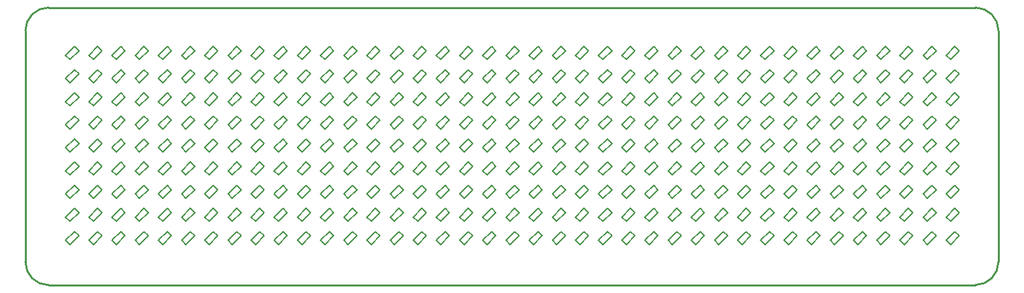
<source format=gbo>
G04*
G04 #@! TF.GenerationSoftware,Altium Limited,Altium Designer,18.1.9 (240)*
G04*
G04 Layer_Color=32896*
%FSLAX44Y44*%
%MOMM*%
G71*
G01*
G75*
%ADD10C,0.1270*%
%ADD11C,0.2540*%
D10*
X1567903Y772496D02*
X1579216Y783810D01*
X1562246Y778153D02*
X1573560Y789467D01*
X1562246Y778153D02*
X1567903Y772496D01*
X1573560Y789467D02*
X1579216Y783810D01*
X1537903Y772496D02*
X1549217Y783810D01*
X1532246Y778153D02*
X1543560Y789467D01*
X1532246Y778153D02*
X1537903Y772496D01*
X1543560Y789467D02*
X1549217Y783810D01*
X1507903Y772496D02*
X1519216Y783810D01*
X1502246Y778153D02*
X1513560Y789467D01*
X1502246Y778153D02*
X1507903Y772496D01*
X1513560Y789467D02*
X1519216Y783810D01*
X1477903Y772496D02*
X1489217Y783810D01*
X1472246Y778153D02*
X1483560Y789467D01*
X1472246Y778153D02*
X1477903Y772496D01*
X1483560Y789467D02*
X1489217Y783810D01*
X1447903Y772496D02*
X1459217Y783810D01*
X1442246Y778153D02*
X1453560Y789467D01*
X1442246Y778153D02*
X1447903Y772496D01*
X1453560Y789467D02*
X1459217Y783810D01*
X1417903Y772496D02*
X1429216Y783810D01*
X1412246Y778153D02*
X1423560Y789467D01*
X1412246Y778153D02*
X1417903Y772496D01*
X1423560Y789467D02*
X1429216Y783810D01*
X1387903Y772496D02*
X1399217Y783810D01*
X1382246Y778153D02*
X1393560Y789467D01*
X1382246Y778153D02*
X1387903Y772496D01*
X1393560Y789467D02*
X1399217Y783810D01*
X1357903Y772496D02*
X1369216Y783810D01*
X1352246Y778153D02*
X1363560Y789467D01*
X1352246Y778153D02*
X1357903Y772496D01*
X1363560Y789467D02*
X1369216Y783810D01*
X1327903Y772496D02*
X1339217Y783810D01*
X1322246Y778153D02*
X1333560Y789467D01*
X1322246Y778153D02*
X1327903Y772496D01*
X1333560Y789467D02*
X1339217Y783810D01*
X1297903Y772496D02*
X1309217Y783810D01*
X1292246Y778153D02*
X1303560Y789467D01*
X1292246Y778153D02*
X1297903Y772496D01*
X1303560Y789467D02*
X1309217Y783810D01*
X1267903Y772496D02*
X1279217Y783810D01*
X1262246Y778153D02*
X1273560Y789467D01*
X1262246Y778153D02*
X1267903Y772496D01*
X1273560Y789467D02*
X1279217Y783810D01*
X1237903Y772496D02*
X1249217Y783810D01*
X1232246Y778153D02*
X1243560Y789467D01*
X1232246Y778153D02*
X1237903Y772496D01*
X1243560Y789467D02*
X1249217Y783810D01*
X1207903Y772496D02*
X1219217Y783810D01*
X1202246Y778153D02*
X1213560Y789467D01*
X1202246Y778153D02*
X1207903Y772496D01*
X1213560Y789467D02*
X1219217Y783810D01*
X1177903Y772496D02*
X1189217Y783810D01*
X1172246Y778153D02*
X1183560Y789467D01*
X1172246Y778153D02*
X1177903Y772496D01*
X1183560Y789467D02*
X1189217Y783810D01*
X1147903Y772496D02*
X1159217Y783810D01*
X1142246Y778153D02*
X1153560Y789467D01*
X1142246Y778153D02*
X1147903Y772496D01*
X1153560Y789467D02*
X1159217Y783810D01*
X1117903Y772496D02*
X1129217Y783810D01*
X1112246Y778153D02*
X1123560Y789467D01*
X1112246Y778153D02*
X1117903Y772496D01*
X1123560Y789467D02*
X1129217Y783810D01*
X1087903Y772496D02*
X1099217Y783810D01*
X1082246Y778153D02*
X1093560Y789467D01*
X1082246Y778153D02*
X1087903Y772496D01*
X1093560Y789467D02*
X1099217Y783810D01*
X1057903Y772496D02*
X1069217Y783810D01*
X1052246Y778153D02*
X1063560Y789467D01*
X1052246Y778153D02*
X1057903Y772496D01*
X1063560Y789467D02*
X1069217Y783810D01*
X1027903Y772496D02*
X1039217Y783810D01*
X1022246Y778153D02*
X1033560Y789467D01*
X1022246Y778153D02*
X1027903Y772496D01*
X1033560Y789467D02*
X1039217Y783810D01*
X997903Y772496D02*
X1009217Y783810D01*
X992246Y778153D02*
X1003560Y789467D01*
X992246Y778153D02*
X997903Y772496D01*
X1003560Y789467D02*
X1009217Y783810D01*
X967903Y772496D02*
X979217Y783810D01*
X962246Y778153D02*
X973560Y789467D01*
X962246Y778153D02*
X967903Y772496D01*
X973560Y789467D02*
X979217Y783810D01*
X937903Y772496D02*
X949217Y783810D01*
X932246Y778153D02*
X943560Y789467D01*
X932246Y778153D02*
X937903Y772496D01*
X943560Y789467D02*
X949217Y783810D01*
X907903Y772496D02*
X919217Y783810D01*
X902246Y778153D02*
X913560Y789467D01*
X902246Y778153D02*
X907903Y772496D01*
X913560Y789467D02*
X919217Y783810D01*
X877903Y772496D02*
X889217Y783810D01*
X872246Y778153D02*
X883560Y789467D01*
X872246Y778153D02*
X877903Y772496D01*
X883560Y789467D02*
X889217Y783810D01*
X847903Y772496D02*
X859217Y783810D01*
X842246Y778153D02*
X853560Y789467D01*
X842246Y778153D02*
X847903Y772496D01*
X853560Y789467D02*
X859217Y783810D01*
X817903Y772496D02*
X829217Y783810D01*
X812246Y778153D02*
X823560Y789467D01*
X812246Y778153D02*
X817903Y772496D01*
X823560Y789467D02*
X829217Y783810D01*
X787903Y772496D02*
X799217Y783810D01*
X782246Y778153D02*
X793560Y789467D01*
X782246Y778153D02*
X787903Y772496D01*
X793560Y789467D02*
X799217Y783810D01*
X757903Y772496D02*
X769217Y783810D01*
X752246Y778153D02*
X763560Y789467D01*
X752246Y778153D02*
X757903Y772496D01*
X763560Y789467D02*
X769217Y783810D01*
X727903Y772496D02*
X739217Y783810D01*
X722246Y778153D02*
X733560Y789467D01*
X722246Y778153D02*
X727903Y772496D01*
X733560Y789467D02*
X739217Y783810D01*
X697903Y772496D02*
X709217Y783810D01*
X692246Y778153D02*
X703560Y789467D01*
X692246Y778153D02*
X697903Y772496D01*
X703560Y789467D02*
X709217Y783810D01*
X667903Y772496D02*
X679217Y783810D01*
X662246Y778153D02*
X673560Y789467D01*
X662246Y778153D02*
X667903Y772496D01*
X673560Y789467D02*
X679217Y783810D01*
X637903Y772496D02*
X649217Y783810D01*
X632246Y778153D02*
X643560Y789467D01*
X632246Y778153D02*
X637903Y772496D01*
X643560Y789467D02*
X649217Y783810D01*
X607903Y772496D02*
X619217Y783810D01*
X602246Y778153D02*
X613560Y789467D01*
X602246Y778153D02*
X607903Y772496D01*
X613560Y789467D02*
X619217Y783810D01*
X577903Y772496D02*
X589217Y783810D01*
X572246Y778153D02*
X583560Y789467D01*
X572246Y778153D02*
X577903Y772496D01*
X583560Y789467D02*
X589217Y783810D01*
X547903Y772496D02*
X559217Y783810D01*
X542246Y778153D02*
X553560Y789467D01*
X542246Y778153D02*
X547903Y772496D01*
X553560Y789467D02*
X559217Y783810D01*
X517903Y772496D02*
X529217Y783810D01*
X512246Y778153D02*
X523560Y789467D01*
X512246Y778153D02*
X517903Y772496D01*
X523560Y789467D02*
X529217Y783810D01*
X487903Y772496D02*
X499217Y783810D01*
X482246Y778153D02*
X493560Y789467D01*
X482246Y778153D02*
X487903Y772496D01*
X493560Y789467D02*
X499217Y783810D01*
X457903Y772496D02*
X469217Y783810D01*
X452246Y778153D02*
X463560Y789467D01*
X452246Y778153D02*
X457903Y772496D01*
X463560Y789467D02*
X469217Y783810D01*
X427903Y772496D02*
X439217Y783810D01*
X422246Y778153D02*
X433560Y789467D01*
X422246Y778153D02*
X427903Y772496D01*
X433560Y789467D02*
X439217Y783810D01*
X1567903Y802496D02*
X1579216Y813810D01*
X1562246Y808153D02*
X1573560Y819467D01*
X1562246Y808153D02*
X1567903Y802496D01*
X1573560Y819467D02*
X1579216Y813810D01*
X1537903Y802496D02*
X1549217Y813810D01*
X1532246Y808153D02*
X1543560Y819467D01*
X1532246Y808153D02*
X1537903Y802496D01*
X1543560Y819467D02*
X1549217Y813810D01*
X1507903Y802496D02*
X1519216Y813810D01*
X1502246Y808153D02*
X1513560Y819467D01*
X1502246Y808153D02*
X1507903Y802496D01*
X1513560Y819467D02*
X1519216Y813810D01*
X1477903Y802496D02*
X1489217Y813810D01*
X1472246Y808153D02*
X1483560Y819467D01*
X1472246Y808153D02*
X1477903Y802496D01*
X1483560Y819467D02*
X1489217Y813810D01*
X1447903Y802496D02*
X1459217Y813810D01*
X1442246Y808153D02*
X1453560Y819467D01*
X1442246Y808153D02*
X1447903Y802496D01*
X1453560Y819467D02*
X1459217Y813810D01*
X1417903Y802496D02*
X1429216Y813810D01*
X1412246Y808153D02*
X1423560Y819467D01*
X1412246Y808153D02*
X1417903Y802496D01*
X1423560Y819467D02*
X1429216Y813810D01*
X1387903Y802496D02*
X1399217Y813810D01*
X1382246Y808153D02*
X1393560Y819467D01*
X1382246Y808153D02*
X1387903Y802496D01*
X1393560Y819467D02*
X1399217Y813810D01*
X1357903Y802496D02*
X1369216Y813810D01*
X1352246Y808153D02*
X1363560Y819467D01*
X1352246Y808153D02*
X1357903Y802496D01*
X1363560Y819467D02*
X1369216Y813810D01*
X1327903Y802496D02*
X1339217Y813810D01*
X1322246Y808153D02*
X1333560Y819467D01*
X1322246Y808153D02*
X1327903Y802496D01*
X1333560Y819467D02*
X1339217Y813810D01*
X1297903Y802496D02*
X1309217Y813810D01*
X1292246Y808153D02*
X1303560Y819467D01*
X1292246Y808153D02*
X1297903Y802496D01*
X1303560Y819467D02*
X1309217Y813810D01*
X1267903Y802496D02*
X1279217Y813810D01*
X1262246Y808153D02*
X1273560Y819467D01*
X1262246Y808153D02*
X1267903Y802496D01*
X1273560Y819467D02*
X1279217Y813810D01*
X1237903Y802496D02*
X1249217Y813810D01*
X1232246Y808153D02*
X1243560Y819467D01*
X1232246Y808153D02*
X1237903Y802496D01*
X1243560Y819467D02*
X1249217Y813810D01*
X1207903Y802496D02*
X1219217Y813810D01*
X1202246Y808153D02*
X1213560Y819467D01*
X1202246Y808153D02*
X1207903Y802496D01*
X1213560Y819467D02*
X1219217Y813810D01*
X1177903Y802496D02*
X1189217Y813810D01*
X1172246Y808153D02*
X1183560Y819467D01*
X1172246Y808153D02*
X1177903Y802496D01*
X1183560Y819467D02*
X1189217Y813810D01*
X1147903Y802496D02*
X1159217Y813810D01*
X1142246Y808153D02*
X1153560Y819467D01*
X1142246Y808153D02*
X1147903Y802496D01*
X1153560Y819467D02*
X1159217Y813810D01*
X1117903Y802496D02*
X1129217Y813810D01*
X1112246Y808153D02*
X1123560Y819467D01*
X1112246Y808153D02*
X1117903Y802496D01*
X1123560Y819467D02*
X1129217Y813810D01*
X1087903Y802496D02*
X1099217Y813810D01*
X1082246Y808153D02*
X1093560Y819467D01*
X1082246Y808153D02*
X1087903Y802496D01*
X1093560Y819467D02*
X1099217Y813810D01*
X1057903Y802496D02*
X1069217Y813810D01*
X1052246Y808153D02*
X1063560Y819467D01*
X1052246Y808153D02*
X1057903Y802496D01*
X1063560Y819467D02*
X1069217Y813810D01*
X1027903Y802496D02*
X1039217Y813810D01*
X1022246Y808153D02*
X1033560Y819467D01*
X1022246Y808153D02*
X1027903Y802496D01*
X1033560Y819467D02*
X1039217Y813810D01*
X997903Y802496D02*
X1009217Y813810D01*
X992246Y808153D02*
X1003560Y819467D01*
X992246Y808153D02*
X997903Y802496D01*
X1003560Y819467D02*
X1009217Y813810D01*
X967903Y802496D02*
X979217Y813810D01*
X962246Y808153D02*
X973560Y819467D01*
X962246Y808153D02*
X967903Y802496D01*
X973560Y819467D02*
X979217Y813810D01*
X937903Y802496D02*
X949217Y813810D01*
X932246Y808153D02*
X943560Y819467D01*
X932246Y808153D02*
X937903Y802496D01*
X943560Y819467D02*
X949217Y813810D01*
X907903Y802496D02*
X919217Y813810D01*
X902246Y808153D02*
X913560Y819467D01*
X902246Y808153D02*
X907903Y802496D01*
X913560Y819467D02*
X919217Y813810D01*
X877903Y802496D02*
X889217Y813810D01*
X872246Y808153D02*
X883560Y819467D01*
X872246Y808153D02*
X877903Y802496D01*
X883560Y819467D02*
X889217Y813810D01*
X847903Y802496D02*
X859217Y813810D01*
X842246Y808153D02*
X853560Y819467D01*
X842246Y808153D02*
X847903Y802496D01*
X853560Y819467D02*
X859217Y813810D01*
X817903Y802496D02*
X829217Y813810D01*
X812246Y808153D02*
X823560Y819467D01*
X812246Y808153D02*
X817903Y802496D01*
X823560Y819467D02*
X829217Y813810D01*
X787903Y802496D02*
X799217Y813810D01*
X782246Y808153D02*
X793560Y819467D01*
X782246Y808153D02*
X787903Y802496D01*
X793560Y819467D02*
X799217Y813810D01*
X757903Y802496D02*
X769217Y813810D01*
X752246Y808153D02*
X763560Y819467D01*
X752246Y808153D02*
X757903Y802496D01*
X763560Y819467D02*
X769217Y813810D01*
X727903Y802496D02*
X739217Y813810D01*
X722246Y808153D02*
X733560Y819467D01*
X722246Y808153D02*
X727903Y802496D01*
X733560Y819467D02*
X739217Y813810D01*
X697903Y802496D02*
X709217Y813810D01*
X692246Y808153D02*
X703560Y819467D01*
X692246Y808153D02*
X697903Y802496D01*
X703560Y819467D02*
X709217Y813810D01*
X667903Y802496D02*
X679217Y813810D01*
X662246Y808153D02*
X673560Y819467D01*
X662246Y808153D02*
X667903Y802496D01*
X673560Y819467D02*
X679217Y813810D01*
X637903Y802496D02*
X649217Y813810D01*
X632246Y808153D02*
X643560Y819467D01*
X632246Y808153D02*
X637903Y802496D01*
X643560Y819467D02*
X649217Y813810D01*
X607903Y802496D02*
X619217Y813810D01*
X602246Y808153D02*
X613560Y819467D01*
X602246Y808153D02*
X607903Y802496D01*
X613560Y819467D02*
X619217Y813810D01*
X577903Y802496D02*
X589217Y813810D01*
X572246Y808153D02*
X583560Y819467D01*
X572246Y808153D02*
X577903Y802496D01*
X583560Y819467D02*
X589217Y813810D01*
X547903Y802496D02*
X559217Y813810D01*
X542246Y808153D02*
X553560Y819467D01*
X542246Y808153D02*
X547903Y802496D01*
X553560Y819467D02*
X559217Y813810D01*
X517903Y802496D02*
X529217Y813810D01*
X512246Y808153D02*
X523560Y819467D01*
X512246Y808153D02*
X517903Y802496D01*
X523560Y819467D02*
X529217Y813810D01*
X487903Y802496D02*
X499217Y813810D01*
X482246Y808153D02*
X493560Y819467D01*
X482246Y808153D02*
X487903Y802496D01*
X493560Y819467D02*
X499217Y813810D01*
X457903Y802496D02*
X469217Y813810D01*
X452246Y808153D02*
X463560Y819467D01*
X452246Y808153D02*
X457903Y802496D01*
X463560Y819467D02*
X469217Y813810D01*
X427903Y802496D02*
X439217Y813810D01*
X422246Y808153D02*
X433560Y819467D01*
X422246Y808153D02*
X427903Y802496D01*
X433560Y819467D02*
X439217Y813810D01*
X1567903Y832496D02*
X1579216Y843810D01*
X1562246Y838153D02*
X1573560Y849467D01*
X1562246Y838153D02*
X1567903Y832496D01*
X1573560Y849467D02*
X1579216Y843810D01*
X1537903Y832496D02*
X1549217Y843810D01*
X1532246Y838153D02*
X1543560Y849467D01*
X1532246Y838153D02*
X1537903Y832496D01*
X1543560Y849467D02*
X1549217Y843810D01*
X1507903Y832496D02*
X1519216Y843810D01*
X1502246Y838153D02*
X1513560Y849467D01*
X1502246Y838153D02*
X1507903Y832496D01*
X1513560Y849467D02*
X1519216Y843810D01*
X1477903Y832496D02*
X1489217Y843810D01*
X1472246Y838153D02*
X1483560Y849467D01*
X1472246Y838153D02*
X1477903Y832496D01*
X1483560Y849467D02*
X1489217Y843810D01*
X1447903Y832496D02*
X1459217Y843810D01*
X1442246Y838153D02*
X1453560Y849467D01*
X1442246Y838153D02*
X1447903Y832496D01*
X1453560Y849467D02*
X1459217Y843810D01*
X1417903Y832496D02*
X1429216Y843810D01*
X1412246Y838153D02*
X1423560Y849467D01*
X1412246Y838153D02*
X1417903Y832496D01*
X1423560Y849467D02*
X1429216Y843810D01*
X1387903Y832496D02*
X1399217Y843810D01*
X1382246Y838153D02*
X1393560Y849467D01*
X1382246Y838153D02*
X1387903Y832496D01*
X1393560Y849467D02*
X1399217Y843810D01*
X1357903Y832496D02*
X1369216Y843810D01*
X1352246Y838153D02*
X1363560Y849467D01*
X1352246Y838153D02*
X1357903Y832496D01*
X1363560Y849467D02*
X1369216Y843810D01*
X1327903Y832496D02*
X1339217Y843810D01*
X1322246Y838153D02*
X1333560Y849467D01*
X1322246Y838153D02*
X1327903Y832496D01*
X1333560Y849467D02*
X1339217Y843810D01*
X1297903Y832496D02*
X1309217Y843810D01*
X1292246Y838153D02*
X1303560Y849467D01*
X1292246Y838153D02*
X1297903Y832496D01*
X1303560Y849467D02*
X1309217Y843810D01*
X1267903Y832496D02*
X1279217Y843810D01*
X1262246Y838153D02*
X1273560Y849467D01*
X1262246Y838153D02*
X1267903Y832496D01*
X1273560Y849467D02*
X1279217Y843810D01*
X1237903Y832496D02*
X1249217Y843810D01*
X1232246Y838153D02*
X1243560Y849467D01*
X1232246Y838153D02*
X1237903Y832496D01*
X1243560Y849467D02*
X1249217Y843810D01*
X1207903Y832496D02*
X1219217Y843810D01*
X1202246Y838153D02*
X1213560Y849467D01*
X1202246Y838153D02*
X1207903Y832496D01*
X1213560Y849467D02*
X1219217Y843810D01*
X1177903Y832496D02*
X1189217Y843810D01*
X1172246Y838153D02*
X1183560Y849467D01*
X1172246Y838153D02*
X1177903Y832496D01*
X1183560Y849467D02*
X1189217Y843810D01*
X1147903Y832496D02*
X1159217Y843810D01*
X1142246Y838153D02*
X1153560Y849467D01*
X1142246Y838153D02*
X1147903Y832496D01*
X1153560Y849467D02*
X1159217Y843810D01*
X1117903Y832496D02*
X1129217Y843810D01*
X1112246Y838153D02*
X1123560Y849467D01*
X1112246Y838153D02*
X1117903Y832496D01*
X1123560Y849467D02*
X1129217Y843810D01*
X1087903Y832496D02*
X1099217Y843810D01*
X1082246Y838153D02*
X1093560Y849467D01*
X1082246Y838153D02*
X1087903Y832496D01*
X1093560Y849467D02*
X1099217Y843810D01*
X1057903Y832496D02*
X1069217Y843810D01*
X1052246Y838153D02*
X1063560Y849467D01*
X1052246Y838153D02*
X1057903Y832496D01*
X1063560Y849467D02*
X1069217Y843810D01*
X1027903Y832496D02*
X1039217Y843810D01*
X1022246Y838153D02*
X1033560Y849467D01*
X1022246Y838153D02*
X1027903Y832496D01*
X1033560Y849467D02*
X1039217Y843810D01*
X997903Y832496D02*
X1009217Y843810D01*
X992246Y838153D02*
X1003560Y849467D01*
X992246Y838153D02*
X997903Y832496D01*
X1003560Y849467D02*
X1009217Y843810D01*
X967903Y832496D02*
X979217Y843810D01*
X962246Y838153D02*
X973560Y849467D01*
X962246Y838153D02*
X967903Y832496D01*
X973560Y849467D02*
X979217Y843810D01*
X937903Y832496D02*
X949217Y843810D01*
X932246Y838153D02*
X943560Y849467D01*
X932246Y838153D02*
X937903Y832496D01*
X943560Y849467D02*
X949217Y843810D01*
X907903Y832496D02*
X919217Y843810D01*
X902246Y838153D02*
X913560Y849467D01*
X902246Y838153D02*
X907903Y832496D01*
X913560Y849467D02*
X919217Y843810D01*
X877903Y832496D02*
X889217Y843810D01*
X872246Y838153D02*
X883560Y849467D01*
X872246Y838153D02*
X877903Y832496D01*
X883560Y849467D02*
X889217Y843810D01*
X847903Y832496D02*
X859217Y843810D01*
X842246Y838153D02*
X853560Y849467D01*
X842246Y838153D02*
X847903Y832496D01*
X853560Y849467D02*
X859217Y843810D01*
X817903Y832496D02*
X829217Y843810D01*
X812246Y838153D02*
X823560Y849467D01*
X812246Y838153D02*
X817903Y832496D01*
X823560Y849467D02*
X829217Y843810D01*
X787903Y832496D02*
X799217Y843810D01*
X782246Y838153D02*
X793560Y849467D01*
X782246Y838153D02*
X787903Y832496D01*
X793560Y849467D02*
X799217Y843810D01*
X757903Y832496D02*
X769217Y843810D01*
X752246Y838153D02*
X763560Y849467D01*
X752246Y838153D02*
X757903Y832496D01*
X763560Y849467D02*
X769217Y843810D01*
X727903Y832496D02*
X739217Y843810D01*
X722246Y838153D02*
X733560Y849467D01*
X722246Y838153D02*
X727903Y832496D01*
X733560Y849467D02*
X739217Y843810D01*
X697903Y832496D02*
X709217Y843810D01*
X692246Y838153D02*
X703560Y849467D01*
X692246Y838153D02*
X697903Y832496D01*
X703560Y849467D02*
X709217Y843810D01*
X667903Y832496D02*
X679217Y843810D01*
X662246Y838153D02*
X673560Y849467D01*
X662246Y838153D02*
X667903Y832496D01*
X673560Y849467D02*
X679217Y843810D01*
X637903Y832496D02*
X649217Y843810D01*
X632246Y838153D02*
X643560Y849467D01*
X632246Y838153D02*
X637903Y832496D01*
X643560Y849467D02*
X649217Y843810D01*
X607903Y832496D02*
X619217Y843810D01*
X602246Y838153D02*
X613560Y849467D01*
X602246Y838153D02*
X607903Y832496D01*
X613560Y849467D02*
X619217Y843810D01*
X577903Y832496D02*
X589217Y843810D01*
X572246Y838153D02*
X583560Y849467D01*
X572246Y838153D02*
X577903Y832496D01*
X583560Y849467D02*
X589217Y843810D01*
X547903Y832496D02*
X559217Y843810D01*
X542246Y838153D02*
X553560Y849467D01*
X542246Y838153D02*
X547903Y832496D01*
X553560Y849467D02*
X559217Y843810D01*
X517903Y832496D02*
X529217Y843810D01*
X512246Y838153D02*
X523560Y849467D01*
X512246Y838153D02*
X517903Y832496D01*
X523560Y849467D02*
X529217Y843810D01*
X487903Y832496D02*
X499217Y843810D01*
X482246Y838153D02*
X493560Y849467D01*
X482246Y838153D02*
X487903Y832496D01*
X493560Y849467D02*
X499217Y843810D01*
X457903Y832496D02*
X469217Y843810D01*
X452246Y838153D02*
X463560Y849467D01*
X452246Y838153D02*
X457903Y832496D01*
X463560Y849467D02*
X469217Y843810D01*
X427903Y832496D02*
X439217Y843810D01*
X422246Y838153D02*
X433560Y849467D01*
X422246Y838153D02*
X427903Y832496D01*
X433560Y849467D02*
X439217Y843810D01*
X1567903Y862496D02*
X1579216Y873810D01*
X1562246Y868153D02*
X1573560Y879467D01*
X1562246Y868153D02*
X1567903Y862496D01*
X1573560Y879467D02*
X1579216Y873810D01*
X1537903Y862496D02*
X1549217Y873810D01*
X1532246Y868153D02*
X1543560Y879467D01*
X1532246Y868153D02*
X1537903Y862496D01*
X1543560Y879467D02*
X1549217Y873810D01*
X1507903Y862496D02*
X1519216Y873810D01*
X1502246Y868153D02*
X1513560Y879467D01*
X1502246Y868153D02*
X1507903Y862496D01*
X1513560Y879467D02*
X1519216Y873810D01*
X1477903Y862496D02*
X1489217Y873810D01*
X1472246Y868153D02*
X1483560Y879467D01*
X1472246Y868153D02*
X1477903Y862496D01*
X1483560Y879467D02*
X1489217Y873810D01*
X1447903Y862496D02*
X1459217Y873810D01*
X1442246Y868153D02*
X1453560Y879467D01*
X1442246Y868153D02*
X1447903Y862496D01*
X1453560Y879467D02*
X1459217Y873810D01*
X1417903Y862496D02*
X1429216Y873810D01*
X1412246Y868153D02*
X1423560Y879467D01*
X1412246Y868153D02*
X1417903Y862496D01*
X1423560Y879467D02*
X1429216Y873810D01*
X1387903Y862496D02*
X1399217Y873810D01*
X1382246Y868153D02*
X1393560Y879467D01*
X1382246Y868153D02*
X1387903Y862496D01*
X1393560Y879467D02*
X1399217Y873810D01*
X1357903Y862496D02*
X1369216Y873810D01*
X1352246Y868153D02*
X1363560Y879467D01*
X1352246Y868153D02*
X1357903Y862496D01*
X1363560Y879467D02*
X1369216Y873810D01*
X1327903Y862496D02*
X1339217Y873810D01*
X1322246Y868153D02*
X1333560Y879467D01*
X1322246Y868153D02*
X1327903Y862496D01*
X1333560Y879467D02*
X1339217Y873810D01*
X1297903Y862496D02*
X1309217Y873810D01*
X1292246Y868153D02*
X1303560Y879467D01*
X1292246Y868153D02*
X1297903Y862496D01*
X1303560Y879467D02*
X1309217Y873810D01*
X1267903Y862496D02*
X1279217Y873810D01*
X1262246Y868153D02*
X1273560Y879467D01*
X1262246Y868153D02*
X1267903Y862496D01*
X1273560Y879467D02*
X1279217Y873810D01*
X1237903Y862496D02*
X1249217Y873810D01*
X1232246Y868153D02*
X1243560Y879467D01*
X1232246Y868153D02*
X1237903Y862496D01*
X1243560Y879467D02*
X1249217Y873810D01*
X1207903Y862496D02*
X1219217Y873810D01*
X1202246Y868153D02*
X1213560Y879467D01*
X1202246Y868153D02*
X1207903Y862496D01*
X1213560Y879467D02*
X1219217Y873810D01*
X1177903Y862496D02*
X1189217Y873810D01*
X1172246Y868153D02*
X1183560Y879467D01*
X1172246Y868153D02*
X1177903Y862496D01*
X1183560Y879467D02*
X1189217Y873810D01*
X1147903Y862496D02*
X1159217Y873810D01*
X1142246Y868153D02*
X1153560Y879467D01*
X1142246Y868153D02*
X1147903Y862496D01*
X1153560Y879467D02*
X1159217Y873810D01*
X1117903Y862496D02*
X1129217Y873810D01*
X1112246Y868153D02*
X1123560Y879467D01*
X1112246Y868153D02*
X1117903Y862496D01*
X1123560Y879467D02*
X1129217Y873810D01*
X1087903Y862496D02*
X1099217Y873810D01*
X1082246Y868153D02*
X1093560Y879467D01*
X1082246Y868153D02*
X1087903Y862496D01*
X1093560Y879467D02*
X1099217Y873810D01*
X1057903Y862496D02*
X1069217Y873810D01*
X1052246Y868153D02*
X1063560Y879467D01*
X1052246Y868153D02*
X1057903Y862496D01*
X1063560Y879467D02*
X1069217Y873810D01*
X1027903Y862496D02*
X1039217Y873810D01*
X1022246Y868153D02*
X1033560Y879467D01*
X1022246Y868153D02*
X1027903Y862496D01*
X1033560Y879467D02*
X1039217Y873810D01*
X997903Y862496D02*
X1009217Y873810D01*
X992246Y868153D02*
X1003560Y879467D01*
X992246Y868153D02*
X997903Y862496D01*
X1003560Y879467D02*
X1009217Y873810D01*
X967903Y862496D02*
X979217Y873810D01*
X962246Y868153D02*
X973560Y879467D01*
X962246Y868153D02*
X967903Y862496D01*
X973560Y879467D02*
X979217Y873810D01*
X937903Y862496D02*
X949217Y873810D01*
X932246Y868153D02*
X943560Y879467D01*
X932246Y868153D02*
X937903Y862496D01*
X943560Y879467D02*
X949217Y873810D01*
X907903Y862496D02*
X919217Y873810D01*
X902246Y868153D02*
X913560Y879467D01*
X902246Y868153D02*
X907903Y862496D01*
X913560Y879467D02*
X919217Y873810D01*
X877903Y862496D02*
X889217Y873810D01*
X872246Y868153D02*
X883560Y879467D01*
X872246Y868153D02*
X877903Y862496D01*
X883560Y879467D02*
X889217Y873810D01*
X847903Y862496D02*
X859217Y873810D01*
X842246Y868153D02*
X853560Y879467D01*
X842246Y868153D02*
X847903Y862496D01*
X853560Y879467D02*
X859217Y873810D01*
X817903Y862496D02*
X829217Y873810D01*
X812246Y868153D02*
X823560Y879467D01*
X812246Y868153D02*
X817903Y862496D01*
X823560Y879467D02*
X829217Y873810D01*
X787903Y862496D02*
X799217Y873810D01*
X782246Y868153D02*
X793560Y879467D01*
X782246Y868153D02*
X787903Y862496D01*
X793560Y879467D02*
X799217Y873810D01*
X757903Y862496D02*
X769217Y873810D01*
X752246Y868153D02*
X763560Y879467D01*
X752246Y868153D02*
X757903Y862496D01*
X763560Y879467D02*
X769217Y873810D01*
X727903Y862496D02*
X739217Y873810D01*
X722246Y868153D02*
X733560Y879467D01*
X722246Y868153D02*
X727903Y862496D01*
X733560Y879467D02*
X739217Y873810D01*
X697903Y862496D02*
X709217Y873810D01*
X692246Y868153D02*
X703560Y879467D01*
X692246Y868153D02*
X697903Y862496D01*
X703560Y879467D02*
X709217Y873810D01*
X667903Y862496D02*
X679217Y873810D01*
X662246Y868153D02*
X673560Y879467D01*
X662246Y868153D02*
X667903Y862496D01*
X673560Y879467D02*
X679217Y873810D01*
X637903Y862496D02*
X649217Y873810D01*
X632246Y868153D02*
X643560Y879467D01*
X632246Y868153D02*
X637903Y862496D01*
X643560Y879467D02*
X649217Y873810D01*
X607903Y862496D02*
X619217Y873810D01*
X602246Y868153D02*
X613560Y879467D01*
X602246Y868153D02*
X607903Y862496D01*
X613560Y879467D02*
X619217Y873810D01*
X577903Y862496D02*
X589217Y873810D01*
X572246Y868153D02*
X583560Y879467D01*
X572246Y868153D02*
X577903Y862496D01*
X583560Y879467D02*
X589217Y873810D01*
X547903Y862496D02*
X559217Y873810D01*
X542246Y868153D02*
X553560Y879467D01*
X542246Y868153D02*
X547903Y862496D01*
X553560Y879467D02*
X559217Y873810D01*
X517903Y862496D02*
X529217Y873810D01*
X512246Y868153D02*
X523560Y879467D01*
X512246Y868153D02*
X517903Y862496D01*
X523560Y879467D02*
X529217Y873810D01*
X487903Y862496D02*
X499217Y873810D01*
X482246Y868153D02*
X493560Y879467D01*
X482246Y868153D02*
X487903Y862496D01*
X493560Y879467D02*
X499217Y873810D01*
X457903Y862496D02*
X469217Y873810D01*
X452246Y868153D02*
X463560Y879467D01*
X452246Y868153D02*
X457903Y862496D01*
X463560Y879467D02*
X469217Y873810D01*
X427903Y862496D02*
X439217Y873810D01*
X422246Y868153D02*
X433560Y879467D01*
X422246Y868153D02*
X427903Y862496D01*
X433560Y879467D02*
X439217Y873810D01*
X1567903Y892496D02*
X1579216Y903810D01*
X1562246Y898153D02*
X1573560Y909467D01*
X1562246Y898153D02*
X1567903Y892496D01*
X1573560Y909467D02*
X1579216Y903810D01*
X1537903Y892496D02*
X1549217Y903810D01*
X1532246Y898153D02*
X1543560Y909467D01*
X1532246Y898153D02*
X1537903Y892496D01*
X1543560Y909467D02*
X1549217Y903810D01*
X1507903Y892496D02*
X1519216Y903810D01*
X1502246Y898153D02*
X1513560Y909467D01*
X1502246Y898153D02*
X1507903Y892496D01*
X1513560Y909467D02*
X1519216Y903810D01*
X1477903Y892496D02*
X1489217Y903810D01*
X1472246Y898153D02*
X1483560Y909467D01*
X1472246Y898153D02*
X1477903Y892496D01*
X1483560Y909467D02*
X1489217Y903810D01*
X1447903Y892496D02*
X1459217Y903810D01*
X1442246Y898153D02*
X1453560Y909467D01*
X1442246Y898153D02*
X1447903Y892496D01*
X1453560Y909467D02*
X1459217Y903810D01*
X1417903Y892496D02*
X1429216Y903810D01*
X1412246Y898153D02*
X1423560Y909467D01*
X1412246Y898153D02*
X1417903Y892496D01*
X1423560Y909467D02*
X1429216Y903810D01*
X1387903Y892496D02*
X1399217Y903810D01*
X1382246Y898153D02*
X1393560Y909467D01*
X1382246Y898153D02*
X1387903Y892496D01*
X1393560Y909467D02*
X1399217Y903810D01*
X1357903Y892496D02*
X1369216Y903810D01*
X1352246Y898153D02*
X1363560Y909467D01*
X1352246Y898153D02*
X1357903Y892496D01*
X1363560Y909467D02*
X1369216Y903810D01*
X1327903Y892496D02*
X1339217Y903810D01*
X1322246Y898153D02*
X1333560Y909467D01*
X1322246Y898153D02*
X1327903Y892496D01*
X1333560Y909467D02*
X1339217Y903810D01*
X1297903Y892496D02*
X1309217Y903810D01*
X1292246Y898153D02*
X1303560Y909467D01*
X1292246Y898153D02*
X1297903Y892496D01*
X1303560Y909467D02*
X1309217Y903810D01*
X1267903Y892496D02*
X1279217Y903810D01*
X1262246Y898153D02*
X1273560Y909467D01*
X1262246Y898153D02*
X1267903Y892496D01*
X1273560Y909467D02*
X1279217Y903810D01*
X1237903Y892496D02*
X1249217Y903810D01*
X1232246Y898153D02*
X1243560Y909467D01*
X1232246Y898153D02*
X1237903Y892496D01*
X1243560Y909467D02*
X1249217Y903810D01*
X1207903Y892496D02*
X1219217Y903810D01*
X1202246Y898153D02*
X1213560Y909467D01*
X1202246Y898153D02*
X1207903Y892496D01*
X1213560Y909467D02*
X1219217Y903810D01*
X1177903Y892496D02*
X1189217Y903810D01*
X1172246Y898153D02*
X1183560Y909467D01*
X1172246Y898153D02*
X1177903Y892496D01*
X1183560Y909467D02*
X1189217Y903810D01*
X1147903Y892496D02*
X1159217Y903810D01*
X1142246Y898153D02*
X1153560Y909467D01*
X1142246Y898153D02*
X1147903Y892496D01*
X1153560Y909467D02*
X1159217Y903810D01*
X1117903Y892496D02*
X1129217Y903810D01*
X1112246Y898153D02*
X1123560Y909467D01*
X1112246Y898153D02*
X1117903Y892496D01*
X1123560Y909467D02*
X1129217Y903810D01*
X1087903Y892496D02*
X1099217Y903810D01*
X1082246Y898153D02*
X1093560Y909467D01*
X1082246Y898153D02*
X1087903Y892496D01*
X1093560Y909467D02*
X1099217Y903810D01*
X1057903Y892496D02*
X1069217Y903810D01*
X1052246Y898153D02*
X1063560Y909467D01*
X1052246Y898153D02*
X1057903Y892496D01*
X1063560Y909467D02*
X1069217Y903810D01*
X1027903Y892496D02*
X1039217Y903810D01*
X1022246Y898153D02*
X1033560Y909467D01*
X1022246Y898153D02*
X1027903Y892496D01*
X1033560Y909467D02*
X1039217Y903810D01*
X997903Y892496D02*
X1009217Y903810D01*
X992246Y898153D02*
X1003560Y909467D01*
X992246Y898153D02*
X997903Y892496D01*
X1003560Y909467D02*
X1009217Y903810D01*
X967903Y892496D02*
X979217Y903810D01*
X962246Y898153D02*
X973560Y909467D01*
X962246Y898153D02*
X967903Y892496D01*
X973560Y909467D02*
X979217Y903810D01*
X937903Y892496D02*
X949217Y903810D01*
X932246Y898153D02*
X943560Y909467D01*
X932246Y898153D02*
X937903Y892496D01*
X943560Y909467D02*
X949217Y903810D01*
X907903Y892496D02*
X919217Y903810D01*
X902246Y898153D02*
X913560Y909467D01*
X902246Y898153D02*
X907903Y892496D01*
X913560Y909467D02*
X919217Y903810D01*
X877903Y892496D02*
X889217Y903810D01*
X872246Y898153D02*
X883560Y909467D01*
X872246Y898153D02*
X877903Y892496D01*
X883560Y909467D02*
X889217Y903810D01*
X847903Y892496D02*
X859217Y903810D01*
X842246Y898153D02*
X853560Y909467D01*
X842246Y898153D02*
X847903Y892496D01*
X853560Y909467D02*
X859217Y903810D01*
X817903Y892496D02*
X829217Y903810D01*
X812246Y898153D02*
X823560Y909467D01*
X812246Y898153D02*
X817903Y892496D01*
X823560Y909467D02*
X829217Y903810D01*
X787903Y892496D02*
X799217Y903810D01*
X782246Y898153D02*
X793560Y909467D01*
X782246Y898153D02*
X787903Y892496D01*
X793560Y909467D02*
X799217Y903810D01*
X757903Y892496D02*
X769217Y903810D01*
X752246Y898153D02*
X763560Y909467D01*
X752246Y898153D02*
X757903Y892496D01*
X763560Y909467D02*
X769217Y903810D01*
X727903Y892496D02*
X739217Y903810D01*
X722246Y898153D02*
X733560Y909467D01*
X722246Y898153D02*
X727903Y892496D01*
X733560Y909467D02*
X739217Y903810D01*
X697903Y892496D02*
X709217Y903810D01*
X692246Y898153D02*
X703560Y909467D01*
X692246Y898153D02*
X697903Y892496D01*
X703560Y909467D02*
X709217Y903810D01*
X667903Y892496D02*
X679217Y903810D01*
X662246Y898153D02*
X673560Y909467D01*
X662246Y898153D02*
X667903Y892496D01*
X673560Y909467D02*
X679217Y903810D01*
X637903Y892496D02*
X649217Y903810D01*
X632246Y898153D02*
X643560Y909467D01*
X632246Y898153D02*
X637903Y892496D01*
X643560Y909467D02*
X649217Y903810D01*
X607903Y892496D02*
X619217Y903810D01*
X602246Y898153D02*
X613560Y909467D01*
X602246Y898153D02*
X607903Y892496D01*
X613560Y909467D02*
X619217Y903810D01*
X577903Y892496D02*
X589217Y903810D01*
X572246Y898153D02*
X583560Y909467D01*
X572246Y898153D02*
X577903Y892496D01*
X583560Y909467D02*
X589217Y903810D01*
X547903Y892496D02*
X559217Y903810D01*
X542246Y898153D02*
X553560Y909467D01*
X542246Y898153D02*
X547903Y892496D01*
X553560Y909467D02*
X559217Y903810D01*
X517903Y892496D02*
X529217Y903810D01*
X512246Y898153D02*
X523560Y909467D01*
X512246Y898153D02*
X517903Y892496D01*
X523560Y909467D02*
X529217Y903810D01*
X487903Y892496D02*
X499217Y903810D01*
X482246Y898153D02*
X493560Y909467D01*
X482246Y898153D02*
X487903Y892496D01*
X493560Y909467D02*
X499217Y903810D01*
X457903Y892496D02*
X469217Y903810D01*
X452246Y898153D02*
X463560Y909467D01*
X452246Y898153D02*
X457903Y892496D01*
X463560Y909467D02*
X469217Y903810D01*
X427903Y892496D02*
X439217Y903810D01*
X422246Y898153D02*
X433560Y909467D01*
X422246Y898153D02*
X427903Y892496D01*
X433560Y909467D02*
X439217Y903810D01*
X1567903Y922496D02*
X1579216Y933810D01*
X1562246Y928153D02*
X1573560Y939467D01*
X1562246Y928153D02*
X1567903Y922496D01*
X1573560Y939467D02*
X1579216Y933810D01*
X1537903Y922496D02*
X1549217Y933810D01*
X1532246Y928153D02*
X1543560Y939467D01*
X1532246Y928153D02*
X1537903Y922496D01*
X1543560Y939467D02*
X1549217Y933810D01*
X1507903Y922496D02*
X1519216Y933810D01*
X1502246Y928153D02*
X1513560Y939467D01*
X1502246Y928153D02*
X1507903Y922496D01*
X1513560Y939467D02*
X1519216Y933810D01*
X1477903Y922496D02*
X1489217Y933810D01*
X1472246Y928153D02*
X1483560Y939467D01*
X1472246Y928153D02*
X1477903Y922496D01*
X1483560Y939467D02*
X1489217Y933810D01*
X1447903Y922496D02*
X1459217Y933810D01*
X1442246Y928153D02*
X1453560Y939467D01*
X1442246Y928153D02*
X1447903Y922496D01*
X1453560Y939467D02*
X1459217Y933810D01*
X1417903Y922496D02*
X1429216Y933810D01*
X1412246Y928153D02*
X1423560Y939467D01*
X1412246Y928153D02*
X1417903Y922496D01*
X1423560Y939467D02*
X1429216Y933810D01*
X1387903Y922496D02*
X1399217Y933810D01*
X1382246Y928153D02*
X1393560Y939467D01*
X1382246Y928153D02*
X1387903Y922496D01*
X1393560Y939467D02*
X1399217Y933810D01*
X1357903Y922496D02*
X1369216Y933810D01*
X1352246Y928153D02*
X1363560Y939467D01*
X1352246Y928153D02*
X1357903Y922496D01*
X1363560Y939467D02*
X1369216Y933810D01*
X1327903Y922496D02*
X1339217Y933810D01*
X1322246Y928153D02*
X1333560Y939467D01*
X1322246Y928153D02*
X1327903Y922496D01*
X1333560Y939467D02*
X1339217Y933810D01*
X1297903Y922496D02*
X1309217Y933810D01*
X1292246Y928153D02*
X1303560Y939467D01*
X1292246Y928153D02*
X1297903Y922496D01*
X1303560Y939467D02*
X1309217Y933810D01*
X1267903Y922496D02*
X1279217Y933810D01*
X1262246Y928153D02*
X1273560Y939467D01*
X1262246Y928153D02*
X1267903Y922496D01*
X1273560Y939467D02*
X1279217Y933810D01*
X1237903Y922496D02*
X1249217Y933810D01*
X1232246Y928153D02*
X1243560Y939467D01*
X1232246Y928153D02*
X1237903Y922496D01*
X1243560Y939467D02*
X1249217Y933810D01*
X1207903Y922496D02*
X1219217Y933810D01*
X1202246Y928153D02*
X1213560Y939467D01*
X1202246Y928153D02*
X1207903Y922496D01*
X1213560Y939467D02*
X1219217Y933810D01*
X1177903Y922496D02*
X1189217Y933810D01*
X1172246Y928153D02*
X1183560Y939467D01*
X1172246Y928153D02*
X1177903Y922496D01*
X1183560Y939467D02*
X1189217Y933810D01*
X1147903Y922496D02*
X1159217Y933810D01*
X1142246Y928153D02*
X1153560Y939467D01*
X1142246Y928153D02*
X1147903Y922496D01*
X1153560Y939467D02*
X1159217Y933810D01*
X1117903Y922496D02*
X1129217Y933810D01*
X1112246Y928153D02*
X1123560Y939467D01*
X1112246Y928153D02*
X1117903Y922496D01*
X1123560Y939467D02*
X1129217Y933810D01*
X1087903Y922496D02*
X1099217Y933810D01*
X1082246Y928153D02*
X1093560Y939467D01*
X1082246Y928153D02*
X1087903Y922496D01*
X1093560Y939467D02*
X1099217Y933810D01*
X1057903Y922496D02*
X1069217Y933810D01*
X1052246Y928153D02*
X1063560Y939467D01*
X1052246Y928153D02*
X1057903Y922496D01*
X1063560Y939467D02*
X1069217Y933810D01*
X1027903Y922496D02*
X1039217Y933810D01*
X1022246Y928153D02*
X1033560Y939467D01*
X1022246Y928153D02*
X1027903Y922496D01*
X1033560Y939467D02*
X1039217Y933810D01*
X997903Y922496D02*
X1009217Y933810D01*
X992246Y928153D02*
X1003560Y939467D01*
X992246Y928153D02*
X997903Y922496D01*
X1003560Y939467D02*
X1009217Y933810D01*
X967903Y922496D02*
X979217Y933810D01*
X962246Y928153D02*
X973560Y939467D01*
X962246Y928153D02*
X967903Y922496D01*
X973560Y939467D02*
X979217Y933810D01*
X937903Y922496D02*
X949217Y933810D01*
X932246Y928153D02*
X943560Y939467D01*
X932246Y928153D02*
X937903Y922496D01*
X943560Y939467D02*
X949217Y933810D01*
X907903Y922496D02*
X919217Y933810D01*
X902246Y928153D02*
X913560Y939467D01*
X902246Y928153D02*
X907903Y922496D01*
X913560Y939467D02*
X919217Y933810D01*
X877903Y922496D02*
X889217Y933810D01*
X872246Y928153D02*
X883560Y939467D01*
X872246Y928153D02*
X877903Y922496D01*
X883560Y939467D02*
X889217Y933810D01*
X847903Y922496D02*
X859217Y933810D01*
X842246Y928153D02*
X853560Y939467D01*
X842246Y928153D02*
X847903Y922496D01*
X853560Y939467D02*
X859217Y933810D01*
X817903Y922496D02*
X829217Y933810D01*
X812246Y928153D02*
X823560Y939467D01*
X812246Y928153D02*
X817903Y922496D01*
X823560Y939467D02*
X829217Y933810D01*
X787903Y922496D02*
X799217Y933810D01*
X782246Y928153D02*
X793560Y939467D01*
X782246Y928153D02*
X787903Y922496D01*
X793560Y939467D02*
X799217Y933810D01*
X757903Y922496D02*
X769217Y933810D01*
X752246Y928153D02*
X763560Y939467D01*
X752246Y928153D02*
X757903Y922496D01*
X763560Y939467D02*
X769217Y933810D01*
X727903Y922496D02*
X739217Y933810D01*
X722246Y928153D02*
X733560Y939467D01*
X722246Y928153D02*
X727903Y922496D01*
X733560Y939467D02*
X739217Y933810D01*
X697903Y922496D02*
X709217Y933810D01*
X692246Y928153D02*
X703560Y939467D01*
X692246Y928153D02*
X697903Y922496D01*
X703560Y939467D02*
X709217Y933810D01*
X667903Y922496D02*
X679217Y933810D01*
X662246Y928153D02*
X673560Y939467D01*
X662246Y928153D02*
X667903Y922496D01*
X673560Y939467D02*
X679217Y933810D01*
X637903Y922496D02*
X649217Y933810D01*
X632246Y928153D02*
X643560Y939467D01*
X632246Y928153D02*
X637903Y922496D01*
X643560Y939467D02*
X649217Y933810D01*
X607903Y922496D02*
X619217Y933810D01*
X602246Y928153D02*
X613560Y939467D01*
X602246Y928153D02*
X607903Y922496D01*
X613560Y939467D02*
X619217Y933810D01*
X577903Y922496D02*
X589217Y933810D01*
X572246Y928153D02*
X583560Y939467D01*
X572246Y928153D02*
X577903Y922496D01*
X583560Y939467D02*
X589217Y933810D01*
X547903Y922496D02*
X559217Y933810D01*
X542246Y928153D02*
X553560Y939467D01*
X542246Y928153D02*
X547903Y922496D01*
X553560Y939467D02*
X559217Y933810D01*
X517903Y922496D02*
X529217Y933810D01*
X512246Y928153D02*
X523560Y939467D01*
X512246Y928153D02*
X517903Y922496D01*
X523560Y939467D02*
X529217Y933810D01*
X487903Y922496D02*
X499217Y933810D01*
X482246Y928153D02*
X493560Y939467D01*
X482246Y928153D02*
X487903Y922496D01*
X493560Y939467D02*
X499217Y933810D01*
X457903Y922496D02*
X469217Y933810D01*
X452246Y928153D02*
X463560Y939467D01*
X452246Y928153D02*
X457903Y922496D01*
X463560Y939467D02*
X469217Y933810D01*
X427903Y922496D02*
X439217Y933810D01*
X422246Y928153D02*
X433560Y939467D01*
X422246Y928153D02*
X427903Y922496D01*
X433560Y939467D02*
X439217Y933810D01*
X1567903Y952496D02*
X1579216Y963810D01*
X1562246Y958153D02*
X1573560Y969467D01*
X1562246Y958153D02*
X1567903Y952496D01*
X1573560Y969467D02*
X1579216Y963810D01*
X1537903Y952496D02*
X1549217Y963810D01*
X1532246Y958153D02*
X1543560Y969467D01*
X1532246Y958153D02*
X1537903Y952496D01*
X1543560Y969467D02*
X1549217Y963810D01*
X1507903Y952496D02*
X1519216Y963810D01*
X1502246Y958153D02*
X1513560Y969467D01*
X1502246Y958153D02*
X1507903Y952496D01*
X1513560Y969467D02*
X1519216Y963810D01*
X1477903Y952496D02*
X1489217Y963810D01*
X1472246Y958153D02*
X1483560Y969467D01*
X1472246Y958153D02*
X1477903Y952496D01*
X1483560Y969467D02*
X1489217Y963810D01*
X1447903Y952496D02*
X1459217Y963810D01*
X1442246Y958153D02*
X1453560Y969467D01*
X1442246Y958153D02*
X1447903Y952496D01*
X1453560Y969467D02*
X1459217Y963810D01*
X1417903Y952496D02*
X1429216Y963810D01*
X1412246Y958153D02*
X1423560Y969467D01*
X1412246Y958153D02*
X1417903Y952496D01*
X1423560Y969467D02*
X1429216Y963810D01*
X1387903Y952496D02*
X1399217Y963810D01*
X1382246Y958153D02*
X1393560Y969467D01*
X1382246Y958153D02*
X1387903Y952496D01*
X1393560Y969467D02*
X1399217Y963810D01*
X1357903Y952496D02*
X1369216Y963810D01*
X1352246Y958153D02*
X1363560Y969467D01*
X1352246Y958153D02*
X1357903Y952496D01*
X1363560Y969467D02*
X1369216Y963810D01*
X1327903Y952496D02*
X1339217Y963810D01*
X1322246Y958153D02*
X1333560Y969467D01*
X1322246Y958153D02*
X1327903Y952496D01*
X1333560Y969467D02*
X1339217Y963810D01*
X1297903Y952496D02*
X1309217Y963810D01*
X1292246Y958153D02*
X1303560Y969467D01*
X1292246Y958153D02*
X1297903Y952496D01*
X1303560Y969467D02*
X1309217Y963810D01*
X1267903Y952496D02*
X1279217Y963810D01*
X1262246Y958153D02*
X1273560Y969467D01*
X1262246Y958153D02*
X1267903Y952496D01*
X1273560Y969467D02*
X1279217Y963810D01*
X1237903Y952496D02*
X1249217Y963810D01*
X1232246Y958153D02*
X1243560Y969467D01*
X1232246Y958153D02*
X1237903Y952496D01*
X1243560Y969467D02*
X1249217Y963810D01*
X1207903Y952496D02*
X1219217Y963810D01*
X1202246Y958153D02*
X1213560Y969467D01*
X1202246Y958153D02*
X1207903Y952496D01*
X1213560Y969467D02*
X1219217Y963810D01*
X1177903Y952496D02*
X1189217Y963810D01*
X1172246Y958153D02*
X1183560Y969467D01*
X1172246Y958153D02*
X1177903Y952496D01*
X1183560Y969467D02*
X1189217Y963810D01*
X1147903Y952496D02*
X1159217Y963810D01*
X1142246Y958153D02*
X1153560Y969467D01*
X1142246Y958153D02*
X1147903Y952496D01*
X1153560Y969467D02*
X1159217Y963810D01*
X1117903Y952496D02*
X1129217Y963810D01*
X1112246Y958153D02*
X1123560Y969467D01*
X1112246Y958153D02*
X1117903Y952496D01*
X1123560Y969467D02*
X1129217Y963810D01*
X1087903Y952496D02*
X1099217Y963810D01*
X1082246Y958153D02*
X1093560Y969467D01*
X1082246Y958153D02*
X1087903Y952496D01*
X1093560Y969467D02*
X1099217Y963810D01*
X1057903Y952496D02*
X1069217Y963810D01*
X1052246Y958153D02*
X1063560Y969467D01*
X1052246Y958153D02*
X1057903Y952496D01*
X1063560Y969467D02*
X1069217Y963810D01*
X1027903Y952496D02*
X1039217Y963810D01*
X1022246Y958153D02*
X1033560Y969467D01*
X1022246Y958153D02*
X1027903Y952496D01*
X1033560Y969467D02*
X1039217Y963810D01*
X997903Y952496D02*
X1009217Y963810D01*
X992246Y958153D02*
X1003560Y969467D01*
X992246Y958153D02*
X997903Y952496D01*
X1003560Y969467D02*
X1009217Y963810D01*
X967903Y952496D02*
X979217Y963810D01*
X962246Y958153D02*
X973560Y969467D01*
X962246Y958153D02*
X967903Y952496D01*
X973560Y969467D02*
X979217Y963810D01*
X937903Y952496D02*
X949217Y963810D01*
X932246Y958153D02*
X943560Y969467D01*
X932246Y958153D02*
X937903Y952496D01*
X943560Y969467D02*
X949217Y963810D01*
X907903Y952496D02*
X919217Y963810D01*
X902246Y958153D02*
X913560Y969467D01*
X902246Y958153D02*
X907903Y952496D01*
X913560Y969467D02*
X919217Y963810D01*
X877903Y952496D02*
X889217Y963810D01*
X872246Y958153D02*
X883560Y969467D01*
X872246Y958153D02*
X877903Y952496D01*
X883560Y969467D02*
X889217Y963810D01*
X847903Y952496D02*
X859217Y963810D01*
X842246Y958153D02*
X853560Y969467D01*
X842246Y958153D02*
X847903Y952496D01*
X853560Y969467D02*
X859217Y963810D01*
X817903Y952496D02*
X829217Y963810D01*
X812246Y958153D02*
X823560Y969467D01*
X812246Y958153D02*
X817903Y952496D01*
X823560Y969467D02*
X829217Y963810D01*
X787903Y952496D02*
X799217Y963810D01*
X782246Y958153D02*
X793560Y969467D01*
X782246Y958153D02*
X787903Y952496D01*
X793560Y969467D02*
X799217Y963810D01*
X757903Y952496D02*
X769217Y963810D01*
X752246Y958153D02*
X763560Y969467D01*
X752246Y958153D02*
X757903Y952496D01*
X763560Y969467D02*
X769217Y963810D01*
X727903Y952496D02*
X739217Y963810D01*
X722246Y958153D02*
X733560Y969467D01*
X722246Y958153D02*
X727903Y952496D01*
X733560Y969467D02*
X739217Y963810D01*
X697903Y952496D02*
X709217Y963810D01*
X692246Y958153D02*
X703560Y969467D01*
X692246Y958153D02*
X697903Y952496D01*
X703560Y969467D02*
X709217Y963810D01*
X667903Y952496D02*
X679217Y963810D01*
X662246Y958153D02*
X673560Y969467D01*
X662246Y958153D02*
X667903Y952496D01*
X673560Y969467D02*
X679217Y963810D01*
X637903Y952496D02*
X649217Y963810D01*
X632246Y958153D02*
X643560Y969467D01*
X632246Y958153D02*
X637903Y952496D01*
X643560Y969467D02*
X649217Y963810D01*
X607903Y952496D02*
X619217Y963810D01*
X602246Y958153D02*
X613560Y969467D01*
X602246Y958153D02*
X607903Y952496D01*
X613560Y969467D02*
X619217Y963810D01*
X577903Y952496D02*
X589217Y963810D01*
X572246Y958153D02*
X583560Y969467D01*
X572246Y958153D02*
X577903Y952496D01*
X583560Y969467D02*
X589217Y963810D01*
X547903Y952496D02*
X559217Y963810D01*
X542246Y958153D02*
X553560Y969467D01*
X542246Y958153D02*
X547903Y952496D01*
X553560Y969467D02*
X559217Y963810D01*
X517903Y952496D02*
X529217Y963810D01*
X512246Y958153D02*
X523560Y969467D01*
X512246Y958153D02*
X517903Y952496D01*
X523560Y969467D02*
X529217Y963810D01*
X487903Y952496D02*
X499217Y963810D01*
X482246Y958153D02*
X493560Y969467D01*
X482246Y958153D02*
X487903Y952496D01*
X493560Y969467D02*
X499217Y963810D01*
X457903Y952496D02*
X469217Y963810D01*
X452246Y958153D02*
X463560Y969467D01*
X452246Y958153D02*
X457903Y952496D01*
X463560Y969467D02*
X469217Y963810D01*
X427903Y952496D02*
X439217Y963810D01*
X422246Y958153D02*
X433560Y969467D01*
X422246Y958153D02*
X427903Y952496D01*
X433560Y969467D02*
X439217Y963810D01*
X1567903Y982496D02*
X1579216Y993810D01*
X1562246Y988153D02*
X1573560Y999467D01*
X1562246Y988153D02*
X1567903Y982496D01*
X1573560Y999467D02*
X1579216Y993810D01*
X1537903Y982496D02*
X1549217Y993810D01*
X1532246Y988153D02*
X1543560Y999467D01*
X1532246Y988153D02*
X1537903Y982496D01*
X1543560Y999467D02*
X1549217Y993810D01*
X1507903Y982496D02*
X1519216Y993810D01*
X1502246Y988153D02*
X1513560Y999467D01*
X1502246Y988153D02*
X1507903Y982496D01*
X1513560Y999467D02*
X1519216Y993810D01*
X1477903Y982496D02*
X1489217Y993810D01*
X1472246Y988153D02*
X1483560Y999467D01*
X1472246Y988153D02*
X1477903Y982496D01*
X1483560Y999467D02*
X1489217Y993810D01*
X1447903Y982496D02*
X1459217Y993810D01*
X1442246Y988153D02*
X1453560Y999467D01*
X1442246Y988153D02*
X1447903Y982496D01*
X1453560Y999467D02*
X1459217Y993810D01*
X1417903Y982496D02*
X1429216Y993810D01*
X1412246Y988153D02*
X1423560Y999467D01*
X1412246Y988153D02*
X1417903Y982496D01*
X1423560Y999467D02*
X1429216Y993810D01*
X1387903Y982496D02*
X1399217Y993810D01*
X1382246Y988153D02*
X1393560Y999467D01*
X1382246Y988153D02*
X1387903Y982496D01*
X1393560Y999467D02*
X1399217Y993810D01*
X1357903Y982496D02*
X1369216Y993810D01*
X1352246Y988153D02*
X1363560Y999467D01*
X1352246Y988153D02*
X1357903Y982496D01*
X1363560Y999467D02*
X1369216Y993810D01*
X1327903Y982496D02*
X1339217Y993810D01*
X1322246Y988153D02*
X1333560Y999467D01*
X1322246Y988153D02*
X1327903Y982496D01*
X1333560Y999467D02*
X1339217Y993810D01*
X1297903Y982496D02*
X1309217Y993810D01*
X1292246Y988153D02*
X1303560Y999467D01*
X1292246Y988153D02*
X1297903Y982496D01*
X1303560Y999467D02*
X1309217Y993810D01*
X1267903Y982496D02*
X1279217Y993810D01*
X1262246Y988153D02*
X1273560Y999467D01*
X1262246Y988153D02*
X1267903Y982496D01*
X1273560Y999467D02*
X1279217Y993810D01*
X1237903Y982496D02*
X1249217Y993810D01*
X1232246Y988153D02*
X1243560Y999467D01*
X1232246Y988153D02*
X1237903Y982496D01*
X1243560Y999467D02*
X1249217Y993810D01*
X1207903Y982496D02*
X1219217Y993810D01*
X1202246Y988153D02*
X1213560Y999467D01*
X1202246Y988153D02*
X1207903Y982496D01*
X1213560Y999467D02*
X1219217Y993810D01*
X1177903Y982496D02*
X1189217Y993810D01*
X1172246Y988153D02*
X1183560Y999467D01*
X1172246Y988153D02*
X1177903Y982496D01*
X1183560Y999467D02*
X1189217Y993810D01*
X1147903Y982496D02*
X1159217Y993810D01*
X1142246Y988153D02*
X1153560Y999467D01*
X1142246Y988153D02*
X1147903Y982496D01*
X1153560Y999467D02*
X1159217Y993810D01*
X1117903Y982496D02*
X1129217Y993810D01*
X1112246Y988153D02*
X1123560Y999467D01*
X1112246Y988153D02*
X1117903Y982496D01*
X1123560Y999467D02*
X1129217Y993810D01*
X1087903Y982496D02*
X1099217Y993810D01*
X1082246Y988153D02*
X1093560Y999467D01*
X1082246Y988153D02*
X1087903Y982496D01*
X1093560Y999467D02*
X1099217Y993810D01*
X1057903Y982496D02*
X1069217Y993810D01*
X1052246Y988153D02*
X1063560Y999467D01*
X1052246Y988153D02*
X1057903Y982496D01*
X1063560Y999467D02*
X1069217Y993810D01*
X1027903Y982496D02*
X1039217Y993810D01*
X1022246Y988153D02*
X1033560Y999467D01*
X1022246Y988153D02*
X1027903Y982496D01*
X1033560Y999467D02*
X1039217Y993810D01*
X997903Y982496D02*
X1009217Y993810D01*
X992246Y988153D02*
X1003560Y999467D01*
X992246Y988153D02*
X997903Y982496D01*
X1003560Y999467D02*
X1009217Y993810D01*
X967903Y982496D02*
X979217Y993810D01*
X962246Y988153D02*
X973560Y999467D01*
X962246Y988153D02*
X967903Y982496D01*
X973560Y999467D02*
X979217Y993810D01*
X937903Y982496D02*
X949217Y993810D01*
X932246Y988153D02*
X943560Y999467D01*
X932246Y988153D02*
X937903Y982496D01*
X943560Y999467D02*
X949217Y993810D01*
X907903Y982496D02*
X919217Y993810D01*
X902246Y988153D02*
X913560Y999467D01*
X902246Y988153D02*
X907903Y982496D01*
X913560Y999467D02*
X919217Y993810D01*
X877903Y982496D02*
X889217Y993810D01*
X872246Y988153D02*
X883560Y999467D01*
X872246Y988153D02*
X877903Y982496D01*
X883560Y999467D02*
X889217Y993810D01*
X847903Y982496D02*
X859217Y993810D01*
X842246Y988153D02*
X853560Y999467D01*
X842246Y988153D02*
X847903Y982496D01*
X853560Y999467D02*
X859217Y993810D01*
X817903Y982496D02*
X829217Y993810D01*
X812246Y988153D02*
X823560Y999467D01*
X812246Y988153D02*
X817903Y982496D01*
X823560Y999467D02*
X829217Y993810D01*
X787903Y982496D02*
X799217Y993810D01*
X782246Y988153D02*
X793560Y999467D01*
X782246Y988153D02*
X787903Y982496D01*
X793560Y999467D02*
X799217Y993810D01*
X757903Y982496D02*
X769217Y993810D01*
X752246Y988153D02*
X763560Y999467D01*
X752246Y988153D02*
X757903Y982496D01*
X763560Y999467D02*
X769217Y993810D01*
X727903Y982496D02*
X739217Y993810D01*
X722246Y988153D02*
X733560Y999467D01*
X722246Y988153D02*
X727903Y982496D01*
X733560Y999467D02*
X739217Y993810D01*
X697903Y982496D02*
X709217Y993810D01*
X692246Y988153D02*
X703560Y999467D01*
X692246Y988153D02*
X697903Y982496D01*
X703560Y999467D02*
X709217Y993810D01*
X667903Y982496D02*
X679217Y993810D01*
X662246Y988153D02*
X673560Y999467D01*
X662246Y988153D02*
X667903Y982496D01*
X673560Y999467D02*
X679217Y993810D01*
X637903Y982496D02*
X649217Y993810D01*
X632246Y988153D02*
X643560Y999467D01*
X632246Y988153D02*
X637903Y982496D01*
X643560Y999467D02*
X649217Y993810D01*
X607903Y982496D02*
X619217Y993810D01*
X602246Y988153D02*
X613560Y999467D01*
X602246Y988153D02*
X607903Y982496D01*
X613560Y999467D02*
X619217Y993810D01*
X577903Y982496D02*
X589217Y993810D01*
X572246Y988153D02*
X583560Y999467D01*
X572246Y988153D02*
X577903Y982496D01*
X583560Y999467D02*
X589217Y993810D01*
X547903Y982496D02*
X559217Y993810D01*
X542246Y988153D02*
X553560Y999467D01*
X542246Y988153D02*
X547903Y982496D01*
X553560Y999467D02*
X559217Y993810D01*
X517903Y982496D02*
X529217Y993810D01*
X512246Y988153D02*
X523560Y999467D01*
X512246Y988153D02*
X517903Y982496D01*
X523560Y999467D02*
X529217Y993810D01*
X487903Y982496D02*
X499217Y993810D01*
X482246Y988153D02*
X493560Y999467D01*
X482246Y988153D02*
X487903Y982496D01*
X493560Y999467D02*
X499217Y993810D01*
X457903Y982496D02*
X469217Y993810D01*
X452246Y988153D02*
X463560Y999467D01*
X452246Y988153D02*
X457903Y982496D01*
X463560Y999467D02*
X469217Y993810D01*
X427903Y982496D02*
X439217Y993810D01*
X422246Y988153D02*
X433560Y999467D01*
X422246Y988153D02*
X427903Y982496D01*
X433560Y999467D02*
X439217Y993810D01*
X1567903Y1012496D02*
X1579216Y1023810D01*
X1562246Y1018153D02*
X1573560Y1029467D01*
X1562246Y1018153D02*
X1567903Y1012496D01*
X1573560Y1029467D02*
X1579216Y1023810D01*
X1537903Y1012496D02*
X1549217Y1023810D01*
X1532246Y1018153D02*
X1543560Y1029467D01*
X1532246Y1018153D02*
X1537903Y1012496D01*
X1543560Y1029467D02*
X1549217Y1023810D01*
X1507903Y1012496D02*
X1519216Y1023810D01*
X1502246Y1018153D02*
X1513560Y1029467D01*
X1502246Y1018153D02*
X1507903Y1012496D01*
X1513560Y1029467D02*
X1519216Y1023810D01*
X1477903Y1012496D02*
X1489217Y1023810D01*
X1472246Y1018153D02*
X1483560Y1029467D01*
X1472246Y1018153D02*
X1477903Y1012496D01*
X1483560Y1029467D02*
X1489217Y1023810D01*
X1447903Y1012496D02*
X1459217Y1023810D01*
X1442246Y1018153D02*
X1453560Y1029467D01*
X1442246Y1018153D02*
X1447903Y1012496D01*
X1453560Y1029467D02*
X1459217Y1023810D01*
X1417903Y1012496D02*
X1429216Y1023810D01*
X1412246Y1018153D02*
X1423560Y1029467D01*
X1412246Y1018153D02*
X1417903Y1012496D01*
X1423560Y1029467D02*
X1429216Y1023810D01*
X1387903Y1012496D02*
X1399217Y1023810D01*
X1382246Y1018153D02*
X1393560Y1029467D01*
X1382246Y1018153D02*
X1387903Y1012496D01*
X1393560Y1029467D02*
X1399217Y1023810D01*
X1357903Y1012496D02*
X1369216Y1023810D01*
X1352246Y1018153D02*
X1363560Y1029467D01*
X1352246Y1018153D02*
X1357903Y1012496D01*
X1363560Y1029467D02*
X1369216Y1023810D01*
X1327903Y1012496D02*
X1339217Y1023810D01*
X1322246Y1018153D02*
X1333560Y1029467D01*
X1322246Y1018153D02*
X1327903Y1012496D01*
X1333560Y1029467D02*
X1339217Y1023810D01*
X1297903Y1012496D02*
X1309217Y1023810D01*
X1292246Y1018153D02*
X1303560Y1029467D01*
X1292246Y1018153D02*
X1297903Y1012496D01*
X1303560Y1029467D02*
X1309217Y1023810D01*
X1267903Y1012496D02*
X1279217Y1023810D01*
X1262246Y1018153D02*
X1273560Y1029467D01*
X1262246Y1018153D02*
X1267903Y1012496D01*
X1273560Y1029467D02*
X1279217Y1023810D01*
X1237903Y1012496D02*
X1249217Y1023810D01*
X1232246Y1018153D02*
X1243560Y1029467D01*
X1232246Y1018153D02*
X1237903Y1012496D01*
X1243560Y1029467D02*
X1249217Y1023810D01*
X1207903Y1012496D02*
X1219217Y1023810D01*
X1202246Y1018153D02*
X1213560Y1029467D01*
X1202246Y1018153D02*
X1207903Y1012496D01*
X1213560Y1029467D02*
X1219217Y1023810D01*
X1177903Y1012496D02*
X1189217Y1023810D01*
X1172246Y1018153D02*
X1183560Y1029467D01*
X1172246Y1018153D02*
X1177903Y1012496D01*
X1183560Y1029467D02*
X1189217Y1023810D01*
X1147903Y1012496D02*
X1159217Y1023810D01*
X1142246Y1018153D02*
X1153560Y1029467D01*
X1142246Y1018153D02*
X1147903Y1012496D01*
X1153560Y1029467D02*
X1159217Y1023810D01*
X1117903Y1012496D02*
X1129217Y1023810D01*
X1112246Y1018153D02*
X1123560Y1029467D01*
X1112246Y1018153D02*
X1117903Y1012496D01*
X1123560Y1029467D02*
X1129217Y1023810D01*
X1087903Y1012496D02*
X1099217Y1023810D01*
X1082246Y1018153D02*
X1093560Y1029467D01*
X1082246Y1018153D02*
X1087903Y1012496D01*
X1093560Y1029467D02*
X1099217Y1023810D01*
X1057903Y1012496D02*
X1069217Y1023810D01*
X1052246Y1018153D02*
X1063560Y1029467D01*
X1052246Y1018153D02*
X1057903Y1012496D01*
X1063560Y1029467D02*
X1069217Y1023810D01*
X1027903Y1012496D02*
X1039217Y1023810D01*
X1022246Y1018153D02*
X1033560Y1029467D01*
X1022246Y1018153D02*
X1027903Y1012496D01*
X1033560Y1029467D02*
X1039217Y1023810D01*
X997903Y1012496D02*
X1009217Y1023810D01*
X992246Y1018153D02*
X1003560Y1029467D01*
X992246Y1018153D02*
X997903Y1012496D01*
X1003560Y1029467D02*
X1009217Y1023810D01*
X967903Y1012496D02*
X979217Y1023810D01*
X962246Y1018153D02*
X973560Y1029467D01*
X962246Y1018153D02*
X967903Y1012496D01*
X973560Y1029467D02*
X979217Y1023810D01*
X937903Y1012496D02*
X949217Y1023810D01*
X932246Y1018153D02*
X943560Y1029467D01*
X932246Y1018153D02*
X937903Y1012496D01*
X943560Y1029467D02*
X949217Y1023810D01*
X907903Y1012496D02*
X919217Y1023810D01*
X902246Y1018153D02*
X913560Y1029467D01*
X902246Y1018153D02*
X907903Y1012496D01*
X913560Y1029467D02*
X919217Y1023810D01*
X877903Y1012496D02*
X889217Y1023810D01*
X872246Y1018153D02*
X883560Y1029467D01*
X872246Y1018153D02*
X877903Y1012496D01*
X883560Y1029467D02*
X889217Y1023810D01*
X847903Y1012496D02*
X859217Y1023810D01*
X842246Y1018153D02*
X853560Y1029467D01*
X842246Y1018153D02*
X847903Y1012496D01*
X853560Y1029467D02*
X859217Y1023810D01*
X817903Y1012496D02*
X829217Y1023810D01*
X812246Y1018153D02*
X823560Y1029467D01*
X812246Y1018153D02*
X817903Y1012496D01*
X823560Y1029467D02*
X829217Y1023810D01*
X787903Y1012496D02*
X799217Y1023810D01*
X782246Y1018153D02*
X793560Y1029467D01*
X782246Y1018153D02*
X787903Y1012496D01*
X793560Y1029467D02*
X799217Y1023810D01*
X757903Y1012496D02*
X769217Y1023810D01*
X752246Y1018153D02*
X763560Y1029467D01*
X752246Y1018153D02*
X757903Y1012496D01*
X763560Y1029467D02*
X769217Y1023810D01*
X727903Y1012496D02*
X739217Y1023810D01*
X722246Y1018153D02*
X733560Y1029467D01*
X722246Y1018153D02*
X727903Y1012496D01*
X733560Y1029467D02*
X739217Y1023810D01*
X697903Y1012496D02*
X709217Y1023810D01*
X692246Y1018153D02*
X703560Y1029467D01*
X692246Y1018153D02*
X697903Y1012496D01*
X703560Y1029467D02*
X709217Y1023810D01*
X667903Y1012496D02*
X679217Y1023810D01*
X662246Y1018153D02*
X673560Y1029467D01*
X662246Y1018153D02*
X667903Y1012496D01*
X673560Y1029467D02*
X679217Y1023810D01*
X637903Y1012496D02*
X649217Y1023810D01*
X632246Y1018153D02*
X643560Y1029467D01*
X632246Y1018153D02*
X637903Y1012496D01*
X643560Y1029467D02*
X649217Y1023810D01*
X607903Y1012496D02*
X619217Y1023810D01*
X602246Y1018153D02*
X613560Y1029467D01*
X602246Y1018153D02*
X607903Y1012496D01*
X613560Y1029467D02*
X619217Y1023810D01*
X577903Y1012496D02*
X589217Y1023810D01*
X572246Y1018153D02*
X583560Y1029467D01*
X572246Y1018153D02*
X577903Y1012496D01*
X583560Y1029467D02*
X589217Y1023810D01*
X547903Y1012496D02*
X559217Y1023810D01*
X542246Y1018153D02*
X553560Y1029467D01*
X542246Y1018153D02*
X547903Y1012496D01*
X553560Y1029467D02*
X559217Y1023810D01*
X517903Y1012496D02*
X529217Y1023810D01*
X512246Y1018153D02*
X523560Y1029467D01*
X512246Y1018153D02*
X517903Y1012496D01*
X523560Y1029467D02*
X529217Y1023810D01*
X487903Y1012496D02*
X499217Y1023810D01*
X482246Y1018153D02*
X493560Y1029467D01*
X482246Y1018153D02*
X487903Y1012496D01*
X493560Y1029467D02*
X499217Y1023810D01*
X457903Y1012496D02*
X469217Y1023810D01*
X452246Y1018153D02*
X463560Y1029467D01*
X452246Y1018153D02*
X457903Y1012496D01*
X463560Y1029467D02*
X469217Y1023810D01*
X427903Y1012496D02*
X439217Y1023810D01*
X422246Y1018153D02*
X433560Y1029467D01*
X422246Y1018153D02*
X427903Y1012496D01*
X433560Y1029467D02*
X439217Y1023810D01*
D11*
X1630000Y1050000D02*
G03*
X1600000Y1080000I-30000J0D01*
G01*
X400000D02*
G03*
X370000Y1050000I0J-30000D01*
G01*
Y750000D02*
G03*
X400000Y720000I30000J0D01*
G01*
X1600000D02*
G03*
X1630000Y750000I0J30000D01*
G01*
Y1050000D01*
X400000Y1080000D02*
X1600000D01*
X370000Y750000D02*
Y1050000D01*
X400000Y720000D02*
X1600000D01*
M02*

</source>
